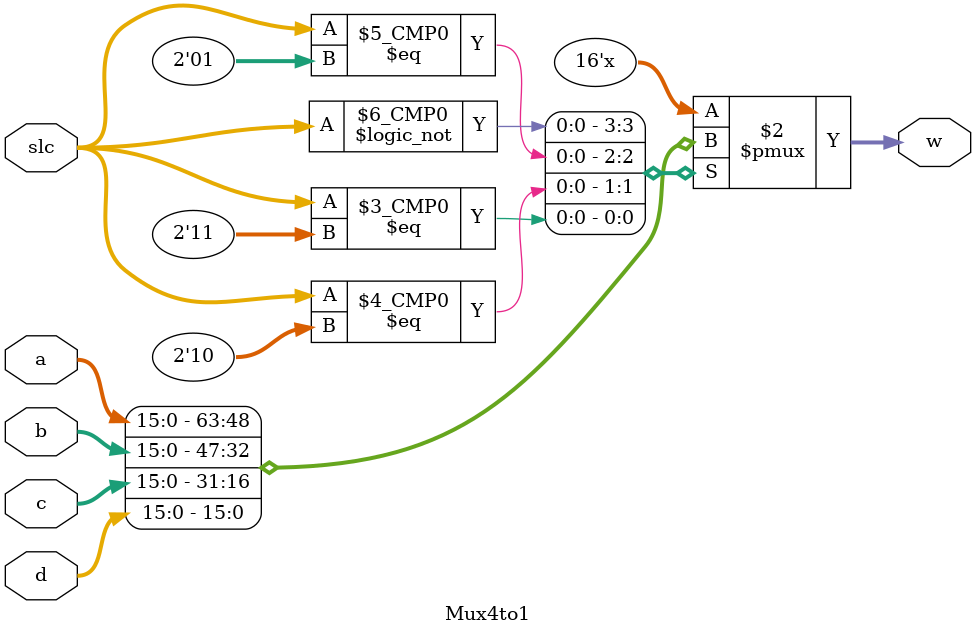
<source format=v>
`timescale 1ns/1ps
module Mux4to1(slc, a, b, c, d, w);
    parameter N = 16;

    input [1:0] slc;
    input [N-1:0] a, b, c, d;
    
    output reg [N-1:0] w;

    always @(*) begin
        case (slc)
            2'b00  : w <= a;
            2'b01  : w <= b;
            2'b10  : w <= c;
            2'b11  : w <= d;
            default: w <= {N{1'bz}};
        endcase
    end

endmodule
</source>
